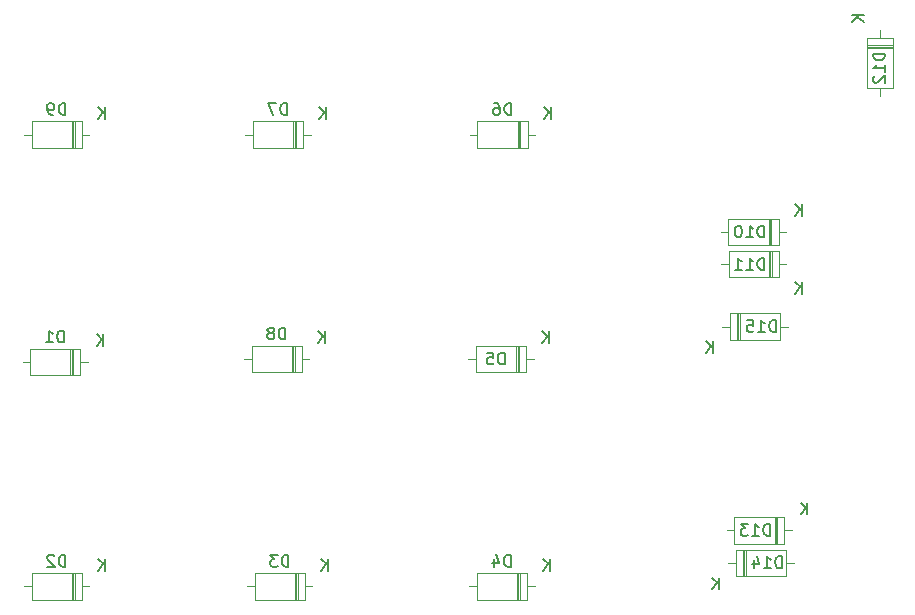
<source format=gbo>
G04 #@! TF.GenerationSoftware,KiCad,Pcbnew,9.0.7*
G04 #@! TF.CreationDate,2026-02-07T16:10:57+01:00*
G04 #@! TF.ProjectId,keyboard,6b657962-6f61-4726-942e-6b696361645f,rev?*
G04 #@! TF.SameCoordinates,Original*
G04 #@! TF.FileFunction,Legend,Bot*
G04 #@! TF.FilePolarity,Positive*
%FSLAX46Y46*%
G04 Gerber Fmt 4.6, Leading zero omitted, Abs format (unit mm)*
G04 Created by KiCad (PCBNEW 9.0.7) date 2026-02-07 16:10:57*
%MOMM*%
%LPD*%
G01*
G04 APERTURE LIST*
%ADD10C,0.150000*%
%ADD11C,0.120000*%
%ADD12R,2.000000X2.000000*%
%ADD13C,2.000000*%
%ADD14R,3.200000X2.000000*%
%ADD15C,1.700000*%
%ADD16C,4.000000*%
%ADD17C,2.200000*%
%ADD18R,1.700000X1.700000*%
%ADD19O,1.700000X1.700000*%
%ADD20C,1.524000*%
%ADD21R,1.600000X1.600000*%
%ADD22O,1.600000X1.600000*%
G04 APERTURE END LIST*
D10*
X130428094Y-74584819D02*
X130428094Y-73584819D01*
X130428094Y-73584819D02*
X130189999Y-73584819D01*
X130189999Y-73584819D02*
X130047142Y-73632438D01*
X130047142Y-73632438D02*
X129951904Y-73727676D01*
X129951904Y-73727676D02*
X129904285Y-73822914D01*
X129904285Y-73822914D02*
X129856666Y-74013390D01*
X129856666Y-74013390D02*
X129856666Y-74156247D01*
X129856666Y-74156247D02*
X129904285Y-74346723D01*
X129904285Y-74346723D02*
X129951904Y-74441961D01*
X129951904Y-74441961D02*
X130047142Y-74537200D01*
X130047142Y-74537200D02*
X130189999Y-74584819D01*
X130189999Y-74584819D02*
X130428094Y-74584819D01*
X128904285Y-74584819D02*
X129475713Y-74584819D01*
X129189999Y-74584819D02*
X129189999Y-73584819D01*
X129189999Y-73584819D02*
X129285237Y-73727676D01*
X129285237Y-73727676D02*
X129380475Y-73822914D01*
X129380475Y-73822914D02*
X129475713Y-73870533D01*
X133761904Y-74904819D02*
X133761904Y-73904819D01*
X133190476Y-74904819D02*
X133619047Y-74333390D01*
X133190476Y-73904819D02*
X133761904Y-74476247D01*
X190714285Y-73704819D02*
X190714285Y-72704819D01*
X190714285Y-72704819D02*
X190476190Y-72704819D01*
X190476190Y-72704819D02*
X190333333Y-72752438D01*
X190333333Y-72752438D02*
X190238095Y-72847676D01*
X190238095Y-72847676D02*
X190190476Y-72942914D01*
X190190476Y-72942914D02*
X190142857Y-73133390D01*
X190142857Y-73133390D02*
X190142857Y-73276247D01*
X190142857Y-73276247D02*
X190190476Y-73466723D01*
X190190476Y-73466723D02*
X190238095Y-73561961D01*
X190238095Y-73561961D02*
X190333333Y-73657200D01*
X190333333Y-73657200D02*
X190476190Y-73704819D01*
X190476190Y-73704819D02*
X190714285Y-73704819D01*
X189190476Y-73704819D02*
X189761904Y-73704819D01*
X189476190Y-73704819D02*
X189476190Y-72704819D01*
X189476190Y-72704819D02*
X189571428Y-72847676D01*
X189571428Y-72847676D02*
X189666666Y-72942914D01*
X189666666Y-72942914D02*
X189761904Y-72990533D01*
X188285714Y-72704819D02*
X188761904Y-72704819D01*
X188761904Y-72704819D02*
X188809523Y-73181009D01*
X188809523Y-73181009D02*
X188761904Y-73133390D01*
X188761904Y-73133390D02*
X188666666Y-73085771D01*
X188666666Y-73085771D02*
X188428571Y-73085771D01*
X188428571Y-73085771D02*
X188333333Y-73133390D01*
X188333333Y-73133390D02*
X188285714Y-73181009D01*
X188285714Y-73181009D02*
X188238095Y-73276247D01*
X188238095Y-73276247D02*
X188238095Y-73514342D01*
X188238095Y-73514342D02*
X188285714Y-73609580D01*
X188285714Y-73609580D02*
X188333333Y-73657200D01*
X188333333Y-73657200D02*
X188428571Y-73704819D01*
X188428571Y-73704819D02*
X188666666Y-73704819D01*
X188666666Y-73704819D02*
X188761904Y-73657200D01*
X188761904Y-73657200D02*
X188809523Y-73609580D01*
X185391904Y-75504819D02*
X185391904Y-74504819D01*
X184820476Y-75504819D02*
X185249047Y-74933390D01*
X184820476Y-74504819D02*
X185391904Y-75076247D01*
X168298094Y-55334819D02*
X168298094Y-54334819D01*
X168298094Y-54334819D02*
X168059999Y-54334819D01*
X168059999Y-54334819D02*
X167917142Y-54382438D01*
X167917142Y-54382438D02*
X167821904Y-54477676D01*
X167821904Y-54477676D02*
X167774285Y-54572914D01*
X167774285Y-54572914D02*
X167726666Y-54763390D01*
X167726666Y-54763390D02*
X167726666Y-54906247D01*
X167726666Y-54906247D02*
X167774285Y-55096723D01*
X167774285Y-55096723D02*
X167821904Y-55191961D01*
X167821904Y-55191961D02*
X167917142Y-55287200D01*
X167917142Y-55287200D02*
X168059999Y-55334819D01*
X168059999Y-55334819D02*
X168298094Y-55334819D01*
X166869523Y-54334819D02*
X167059999Y-54334819D01*
X167059999Y-54334819D02*
X167155237Y-54382438D01*
X167155237Y-54382438D02*
X167202856Y-54430057D01*
X167202856Y-54430057D02*
X167298094Y-54572914D01*
X167298094Y-54572914D02*
X167345713Y-54763390D01*
X167345713Y-54763390D02*
X167345713Y-55144342D01*
X167345713Y-55144342D02*
X167298094Y-55239580D01*
X167298094Y-55239580D02*
X167250475Y-55287200D01*
X167250475Y-55287200D02*
X167155237Y-55334819D01*
X167155237Y-55334819D02*
X166964761Y-55334819D01*
X166964761Y-55334819D02*
X166869523Y-55287200D01*
X166869523Y-55287200D02*
X166821904Y-55239580D01*
X166821904Y-55239580D02*
X166774285Y-55144342D01*
X166774285Y-55144342D02*
X166774285Y-54906247D01*
X166774285Y-54906247D02*
X166821904Y-54811009D01*
X166821904Y-54811009D02*
X166869523Y-54763390D01*
X166869523Y-54763390D02*
X166964761Y-54715771D01*
X166964761Y-54715771D02*
X167155237Y-54715771D01*
X167155237Y-54715771D02*
X167250475Y-54763390D01*
X167250475Y-54763390D02*
X167298094Y-54811009D01*
X167298094Y-54811009D02*
X167345713Y-54906247D01*
X171631904Y-55654819D02*
X171631904Y-54654819D01*
X171060476Y-55654819D02*
X171489047Y-55083390D01*
X171060476Y-54654819D02*
X171631904Y-55226247D01*
X130548094Y-93584819D02*
X130548094Y-92584819D01*
X130548094Y-92584819D02*
X130309999Y-92584819D01*
X130309999Y-92584819D02*
X130167142Y-92632438D01*
X130167142Y-92632438D02*
X130071904Y-92727676D01*
X130071904Y-92727676D02*
X130024285Y-92822914D01*
X130024285Y-92822914D02*
X129976666Y-93013390D01*
X129976666Y-93013390D02*
X129976666Y-93156247D01*
X129976666Y-93156247D02*
X130024285Y-93346723D01*
X130024285Y-93346723D02*
X130071904Y-93441961D01*
X130071904Y-93441961D02*
X130167142Y-93537200D01*
X130167142Y-93537200D02*
X130309999Y-93584819D01*
X130309999Y-93584819D02*
X130548094Y-93584819D01*
X129595713Y-92680057D02*
X129548094Y-92632438D01*
X129548094Y-92632438D02*
X129452856Y-92584819D01*
X129452856Y-92584819D02*
X129214761Y-92584819D01*
X129214761Y-92584819D02*
X129119523Y-92632438D01*
X129119523Y-92632438D02*
X129071904Y-92680057D01*
X129071904Y-92680057D02*
X129024285Y-92775295D01*
X129024285Y-92775295D02*
X129024285Y-92870533D01*
X129024285Y-92870533D02*
X129071904Y-93013390D01*
X129071904Y-93013390D02*
X129643332Y-93584819D01*
X129643332Y-93584819D02*
X129024285Y-93584819D01*
X133881904Y-93904819D02*
X133881904Y-92904819D01*
X133310476Y-93904819D02*
X133739047Y-93333390D01*
X133310476Y-92904819D02*
X133881904Y-93476247D01*
X167738094Y-76454819D02*
X167738094Y-75454819D01*
X167738094Y-75454819D02*
X167499999Y-75454819D01*
X167499999Y-75454819D02*
X167357142Y-75502438D01*
X167357142Y-75502438D02*
X167261904Y-75597676D01*
X167261904Y-75597676D02*
X167214285Y-75692914D01*
X167214285Y-75692914D02*
X167166666Y-75883390D01*
X167166666Y-75883390D02*
X167166666Y-76026247D01*
X167166666Y-76026247D02*
X167214285Y-76216723D01*
X167214285Y-76216723D02*
X167261904Y-76311961D01*
X167261904Y-76311961D02*
X167357142Y-76407200D01*
X167357142Y-76407200D02*
X167499999Y-76454819D01*
X167499999Y-76454819D02*
X167738094Y-76454819D01*
X166261904Y-75454819D02*
X166738094Y-75454819D01*
X166738094Y-75454819D02*
X166785713Y-75931009D01*
X166785713Y-75931009D02*
X166738094Y-75883390D01*
X166738094Y-75883390D02*
X166642856Y-75835771D01*
X166642856Y-75835771D02*
X166404761Y-75835771D01*
X166404761Y-75835771D02*
X166309523Y-75883390D01*
X166309523Y-75883390D02*
X166261904Y-75931009D01*
X166261904Y-75931009D02*
X166214285Y-76026247D01*
X166214285Y-76026247D02*
X166214285Y-76264342D01*
X166214285Y-76264342D02*
X166261904Y-76359580D01*
X166261904Y-76359580D02*
X166309523Y-76407200D01*
X166309523Y-76407200D02*
X166404761Y-76454819D01*
X166404761Y-76454819D02*
X166642856Y-76454819D01*
X166642856Y-76454819D02*
X166738094Y-76407200D01*
X166738094Y-76407200D02*
X166785713Y-76359580D01*
X171511904Y-74654819D02*
X171511904Y-73654819D01*
X170940476Y-74654819D02*
X171369047Y-74083390D01*
X170940476Y-73654819D02*
X171511904Y-74226247D01*
X191214285Y-93704819D02*
X191214285Y-92704819D01*
X191214285Y-92704819D02*
X190976190Y-92704819D01*
X190976190Y-92704819D02*
X190833333Y-92752438D01*
X190833333Y-92752438D02*
X190738095Y-92847676D01*
X190738095Y-92847676D02*
X190690476Y-92942914D01*
X190690476Y-92942914D02*
X190642857Y-93133390D01*
X190642857Y-93133390D02*
X190642857Y-93276247D01*
X190642857Y-93276247D02*
X190690476Y-93466723D01*
X190690476Y-93466723D02*
X190738095Y-93561961D01*
X190738095Y-93561961D02*
X190833333Y-93657200D01*
X190833333Y-93657200D02*
X190976190Y-93704819D01*
X190976190Y-93704819D02*
X191214285Y-93704819D01*
X189690476Y-93704819D02*
X190261904Y-93704819D01*
X189976190Y-93704819D02*
X189976190Y-92704819D01*
X189976190Y-92704819D02*
X190071428Y-92847676D01*
X190071428Y-92847676D02*
X190166666Y-92942914D01*
X190166666Y-92942914D02*
X190261904Y-92990533D01*
X188833333Y-93038152D02*
X188833333Y-93704819D01*
X189071428Y-92657200D02*
X189309523Y-93371485D01*
X189309523Y-93371485D02*
X188690476Y-93371485D01*
X185891904Y-95504819D02*
X185891904Y-94504819D01*
X185320476Y-95504819D02*
X185749047Y-94933390D01*
X185320476Y-94504819D02*
X185891904Y-95076247D01*
X189714285Y-65704819D02*
X189714285Y-64704819D01*
X189714285Y-64704819D02*
X189476190Y-64704819D01*
X189476190Y-64704819D02*
X189333333Y-64752438D01*
X189333333Y-64752438D02*
X189238095Y-64847676D01*
X189238095Y-64847676D02*
X189190476Y-64942914D01*
X189190476Y-64942914D02*
X189142857Y-65133390D01*
X189142857Y-65133390D02*
X189142857Y-65276247D01*
X189142857Y-65276247D02*
X189190476Y-65466723D01*
X189190476Y-65466723D02*
X189238095Y-65561961D01*
X189238095Y-65561961D02*
X189333333Y-65657200D01*
X189333333Y-65657200D02*
X189476190Y-65704819D01*
X189476190Y-65704819D02*
X189714285Y-65704819D01*
X188190476Y-65704819D02*
X188761904Y-65704819D01*
X188476190Y-65704819D02*
X188476190Y-64704819D01*
X188476190Y-64704819D02*
X188571428Y-64847676D01*
X188571428Y-64847676D02*
X188666666Y-64942914D01*
X188666666Y-64942914D02*
X188761904Y-64990533D01*
X187571428Y-64704819D02*
X187476190Y-64704819D01*
X187476190Y-64704819D02*
X187380952Y-64752438D01*
X187380952Y-64752438D02*
X187333333Y-64800057D01*
X187333333Y-64800057D02*
X187285714Y-64895295D01*
X187285714Y-64895295D02*
X187238095Y-65085771D01*
X187238095Y-65085771D02*
X187238095Y-65323866D01*
X187238095Y-65323866D02*
X187285714Y-65514342D01*
X187285714Y-65514342D02*
X187333333Y-65609580D01*
X187333333Y-65609580D02*
X187380952Y-65657200D01*
X187380952Y-65657200D02*
X187476190Y-65704819D01*
X187476190Y-65704819D02*
X187571428Y-65704819D01*
X187571428Y-65704819D02*
X187666666Y-65657200D01*
X187666666Y-65657200D02*
X187714285Y-65609580D01*
X187714285Y-65609580D02*
X187761904Y-65514342D01*
X187761904Y-65514342D02*
X187809523Y-65323866D01*
X187809523Y-65323866D02*
X187809523Y-65085771D01*
X187809523Y-65085771D02*
X187761904Y-64895295D01*
X187761904Y-64895295D02*
X187714285Y-64800057D01*
X187714285Y-64800057D02*
X187666666Y-64752438D01*
X187666666Y-64752438D02*
X187571428Y-64704819D01*
X192881904Y-63904819D02*
X192881904Y-62904819D01*
X192310476Y-63904819D02*
X192739047Y-63333390D01*
X192310476Y-62904819D02*
X192881904Y-63476247D01*
X199931115Y-50133709D02*
X198931115Y-50133709D01*
X198931115Y-50133709D02*
X198931115Y-50371804D01*
X198931115Y-50371804D02*
X198978734Y-50514661D01*
X198978734Y-50514661D02*
X199073972Y-50609899D01*
X199073972Y-50609899D02*
X199169210Y-50657518D01*
X199169210Y-50657518D02*
X199359686Y-50705137D01*
X199359686Y-50705137D02*
X199502543Y-50705137D01*
X199502543Y-50705137D02*
X199693019Y-50657518D01*
X199693019Y-50657518D02*
X199788257Y-50609899D01*
X199788257Y-50609899D02*
X199883496Y-50514661D01*
X199883496Y-50514661D02*
X199931115Y-50371804D01*
X199931115Y-50371804D02*
X199931115Y-50133709D01*
X199931115Y-51657518D02*
X199931115Y-51086090D01*
X199931115Y-51371804D02*
X198931115Y-51371804D01*
X198931115Y-51371804D02*
X199073972Y-51276566D01*
X199073972Y-51276566D02*
X199169210Y-51181328D01*
X199169210Y-51181328D02*
X199216829Y-51086090D01*
X199026353Y-52038471D02*
X198978734Y-52086090D01*
X198978734Y-52086090D02*
X198931115Y-52181328D01*
X198931115Y-52181328D02*
X198931115Y-52419423D01*
X198931115Y-52419423D02*
X198978734Y-52514661D01*
X198978734Y-52514661D02*
X199026353Y-52562280D01*
X199026353Y-52562280D02*
X199121591Y-52609899D01*
X199121591Y-52609899D02*
X199216829Y-52609899D01*
X199216829Y-52609899D02*
X199359686Y-52562280D01*
X199359686Y-52562280D02*
X199931115Y-51990852D01*
X199931115Y-51990852D02*
X199931115Y-52609899D01*
X198154819Y-46868095D02*
X197154819Y-46868095D01*
X198154819Y-47439523D02*
X197583390Y-47010952D01*
X197154819Y-47439523D02*
X197726247Y-46868095D01*
X168238094Y-93584819D02*
X168238094Y-92584819D01*
X168238094Y-92584819D02*
X167999999Y-92584819D01*
X167999999Y-92584819D02*
X167857142Y-92632438D01*
X167857142Y-92632438D02*
X167761904Y-92727676D01*
X167761904Y-92727676D02*
X167714285Y-92822914D01*
X167714285Y-92822914D02*
X167666666Y-93013390D01*
X167666666Y-93013390D02*
X167666666Y-93156247D01*
X167666666Y-93156247D02*
X167714285Y-93346723D01*
X167714285Y-93346723D02*
X167761904Y-93441961D01*
X167761904Y-93441961D02*
X167857142Y-93537200D01*
X167857142Y-93537200D02*
X167999999Y-93584819D01*
X167999999Y-93584819D02*
X168238094Y-93584819D01*
X166809523Y-92918152D02*
X166809523Y-93584819D01*
X167047618Y-92537200D02*
X167285713Y-93251485D01*
X167285713Y-93251485D02*
X166666666Y-93251485D01*
X171571904Y-93904819D02*
X171571904Y-92904819D01*
X171000476Y-93904819D02*
X171429047Y-93333390D01*
X171000476Y-92904819D02*
X171571904Y-93476247D01*
X149298094Y-55334819D02*
X149298094Y-54334819D01*
X149298094Y-54334819D02*
X149059999Y-54334819D01*
X149059999Y-54334819D02*
X148917142Y-54382438D01*
X148917142Y-54382438D02*
X148821904Y-54477676D01*
X148821904Y-54477676D02*
X148774285Y-54572914D01*
X148774285Y-54572914D02*
X148726666Y-54763390D01*
X148726666Y-54763390D02*
X148726666Y-54906247D01*
X148726666Y-54906247D02*
X148774285Y-55096723D01*
X148774285Y-55096723D02*
X148821904Y-55191961D01*
X148821904Y-55191961D02*
X148917142Y-55287200D01*
X148917142Y-55287200D02*
X149059999Y-55334819D01*
X149059999Y-55334819D02*
X149298094Y-55334819D01*
X148393332Y-54334819D02*
X147726666Y-54334819D01*
X147726666Y-54334819D02*
X148155237Y-55334819D01*
X152631904Y-55654819D02*
X152631904Y-54654819D01*
X152060476Y-55654819D02*
X152489047Y-55083390D01*
X152060476Y-54654819D02*
X152631904Y-55226247D01*
X130548094Y-55334819D02*
X130548094Y-54334819D01*
X130548094Y-54334819D02*
X130309999Y-54334819D01*
X130309999Y-54334819D02*
X130167142Y-54382438D01*
X130167142Y-54382438D02*
X130071904Y-54477676D01*
X130071904Y-54477676D02*
X130024285Y-54572914D01*
X130024285Y-54572914D02*
X129976666Y-54763390D01*
X129976666Y-54763390D02*
X129976666Y-54906247D01*
X129976666Y-54906247D02*
X130024285Y-55096723D01*
X130024285Y-55096723D02*
X130071904Y-55191961D01*
X130071904Y-55191961D02*
X130167142Y-55287200D01*
X130167142Y-55287200D02*
X130309999Y-55334819D01*
X130309999Y-55334819D02*
X130548094Y-55334819D01*
X129500475Y-55334819D02*
X129309999Y-55334819D01*
X129309999Y-55334819D02*
X129214761Y-55287200D01*
X129214761Y-55287200D02*
X129167142Y-55239580D01*
X129167142Y-55239580D02*
X129071904Y-55096723D01*
X129071904Y-55096723D02*
X129024285Y-54906247D01*
X129024285Y-54906247D02*
X129024285Y-54525295D01*
X129024285Y-54525295D02*
X129071904Y-54430057D01*
X129071904Y-54430057D02*
X129119523Y-54382438D01*
X129119523Y-54382438D02*
X129214761Y-54334819D01*
X129214761Y-54334819D02*
X129405237Y-54334819D01*
X129405237Y-54334819D02*
X129500475Y-54382438D01*
X129500475Y-54382438D02*
X129548094Y-54430057D01*
X129548094Y-54430057D02*
X129595713Y-54525295D01*
X129595713Y-54525295D02*
X129595713Y-54763390D01*
X129595713Y-54763390D02*
X129548094Y-54858628D01*
X129548094Y-54858628D02*
X129500475Y-54906247D01*
X129500475Y-54906247D02*
X129405237Y-54953866D01*
X129405237Y-54953866D02*
X129214761Y-54953866D01*
X129214761Y-54953866D02*
X129119523Y-54906247D01*
X129119523Y-54906247D02*
X129071904Y-54858628D01*
X129071904Y-54858628D02*
X129024285Y-54763390D01*
X133881904Y-55654819D02*
X133881904Y-54654819D01*
X133310476Y-55654819D02*
X133739047Y-55083390D01*
X133310476Y-54654819D02*
X133881904Y-55226247D01*
X190214285Y-90954819D02*
X190214285Y-89954819D01*
X190214285Y-89954819D02*
X189976190Y-89954819D01*
X189976190Y-89954819D02*
X189833333Y-90002438D01*
X189833333Y-90002438D02*
X189738095Y-90097676D01*
X189738095Y-90097676D02*
X189690476Y-90192914D01*
X189690476Y-90192914D02*
X189642857Y-90383390D01*
X189642857Y-90383390D02*
X189642857Y-90526247D01*
X189642857Y-90526247D02*
X189690476Y-90716723D01*
X189690476Y-90716723D02*
X189738095Y-90811961D01*
X189738095Y-90811961D02*
X189833333Y-90907200D01*
X189833333Y-90907200D02*
X189976190Y-90954819D01*
X189976190Y-90954819D02*
X190214285Y-90954819D01*
X188690476Y-90954819D02*
X189261904Y-90954819D01*
X188976190Y-90954819D02*
X188976190Y-89954819D01*
X188976190Y-89954819D02*
X189071428Y-90097676D01*
X189071428Y-90097676D02*
X189166666Y-90192914D01*
X189166666Y-90192914D02*
X189261904Y-90240533D01*
X188357142Y-89954819D02*
X187738095Y-89954819D01*
X187738095Y-89954819D02*
X188071428Y-90335771D01*
X188071428Y-90335771D02*
X187928571Y-90335771D01*
X187928571Y-90335771D02*
X187833333Y-90383390D01*
X187833333Y-90383390D02*
X187785714Y-90431009D01*
X187785714Y-90431009D02*
X187738095Y-90526247D01*
X187738095Y-90526247D02*
X187738095Y-90764342D01*
X187738095Y-90764342D02*
X187785714Y-90859580D01*
X187785714Y-90859580D02*
X187833333Y-90907200D01*
X187833333Y-90907200D02*
X187928571Y-90954819D01*
X187928571Y-90954819D02*
X188214285Y-90954819D01*
X188214285Y-90954819D02*
X188309523Y-90907200D01*
X188309523Y-90907200D02*
X188357142Y-90859580D01*
X193381904Y-89154819D02*
X193381904Y-88154819D01*
X192810476Y-89154819D02*
X193239047Y-88583390D01*
X192810476Y-88154819D02*
X193381904Y-88726247D01*
X149178094Y-74334819D02*
X149178094Y-73334819D01*
X149178094Y-73334819D02*
X148939999Y-73334819D01*
X148939999Y-73334819D02*
X148797142Y-73382438D01*
X148797142Y-73382438D02*
X148701904Y-73477676D01*
X148701904Y-73477676D02*
X148654285Y-73572914D01*
X148654285Y-73572914D02*
X148606666Y-73763390D01*
X148606666Y-73763390D02*
X148606666Y-73906247D01*
X148606666Y-73906247D02*
X148654285Y-74096723D01*
X148654285Y-74096723D02*
X148701904Y-74191961D01*
X148701904Y-74191961D02*
X148797142Y-74287200D01*
X148797142Y-74287200D02*
X148939999Y-74334819D01*
X148939999Y-74334819D02*
X149178094Y-74334819D01*
X148035237Y-73763390D02*
X148130475Y-73715771D01*
X148130475Y-73715771D02*
X148178094Y-73668152D01*
X148178094Y-73668152D02*
X148225713Y-73572914D01*
X148225713Y-73572914D02*
X148225713Y-73525295D01*
X148225713Y-73525295D02*
X148178094Y-73430057D01*
X148178094Y-73430057D02*
X148130475Y-73382438D01*
X148130475Y-73382438D02*
X148035237Y-73334819D01*
X148035237Y-73334819D02*
X147844761Y-73334819D01*
X147844761Y-73334819D02*
X147749523Y-73382438D01*
X147749523Y-73382438D02*
X147701904Y-73430057D01*
X147701904Y-73430057D02*
X147654285Y-73525295D01*
X147654285Y-73525295D02*
X147654285Y-73572914D01*
X147654285Y-73572914D02*
X147701904Y-73668152D01*
X147701904Y-73668152D02*
X147749523Y-73715771D01*
X147749523Y-73715771D02*
X147844761Y-73763390D01*
X147844761Y-73763390D02*
X148035237Y-73763390D01*
X148035237Y-73763390D02*
X148130475Y-73811009D01*
X148130475Y-73811009D02*
X148178094Y-73858628D01*
X148178094Y-73858628D02*
X148225713Y-73953866D01*
X148225713Y-73953866D02*
X148225713Y-74144342D01*
X148225713Y-74144342D02*
X148178094Y-74239580D01*
X148178094Y-74239580D02*
X148130475Y-74287200D01*
X148130475Y-74287200D02*
X148035237Y-74334819D01*
X148035237Y-74334819D02*
X147844761Y-74334819D01*
X147844761Y-74334819D02*
X147749523Y-74287200D01*
X147749523Y-74287200D02*
X147701904Y-74239580D01*
X147701904Y-74239580D02*
X147654285Y-74144342D01*
X147654285Y-74144342D02*
X147654285Y-73953866D01*
X147654285Y-73953866D02*
X147701904Y-73858628D01*
X147701904Y-73858628D02*
X147749523Y-73811009D01*
X147749523Y-73811009D02*
X147844761Y-73763390D01*
X152511904Y-74654819D02*
X152511904Y-73654819D01*
X151940476Y-74654819D02*
X152369047Y-74083390D01*
X151940476Y-73654819D02*
X152511904Y-74226247D01*
X149428094Y-93584819D02*
X149428094Y-92584819D01*
X149428094Y-92584819D02*
X149189999Y-92584819D01*
X149189999Y-92584819D02*
X149047142Y-92632438D01*
X149047142Y-92632438D02*
X148951904Y-92727676D01*
X148951904Y-92727676D02*
X148904285Y-92822914D01*
X148904285Y-92822914D02*
X148856666Y-93013390D01*
X148856666Y-93013390D02*
X148856666Y-93156247D01*
X148856666Y-93156247D02*
X148904285Y-93346723D01*
X148904285Y-93346723D02*
X148951904Y-93441961D01*
X148951904Y-93441961D02*
X149047142Y-93537200D01*
X149047142Y-93537200D02*
X149189999Y-93584819D01*
X149189999Y-93584819D02*
X149428094Y-93584819D01*
X148523332Y-92584819D02*
X147904285Y-92584819D01*
X147904285Y-92584819D02*
X148237618Y-92965771D01*
X148237618Y-92965771D02*
X148094761Y-92965771D01*
X148094761Y-92965771D02*
X147999523Y-93013390D01*
X147999523Y-93013390D02*
X147951904Y-93061009D01*
X147951904Y-93061009D02*
X147904285Y-93156247D01*
X147904285Y-93156247D02*
X147904285Y-93394342D01*
X147904285Y-93394342D02*
X147951904Y-93489580D01*
X147951904Y-93489580D02*
X147999523Y-93537200D01*
X147999523Y-93537200D02*
X148094761Y-93584819D01*
X148094761Y-93584819D02*
X148380475Y-93584819D01*
X148380475Y-93584819D02*
X148475713Y-93537200D01*
X148475713Y-93537200D02*
X148523332Y-93489580D01*
X152761904Y-93904819D02*
X152761904Y-92904819D01*
X152190476Y-93904819D02*
X152619047Y-93333390D01*
X152190476Y-92904819D02*
X152761904Y-93476247D01*
X189714285Y-68454819D02*
X189714285Y-67454819D01*
X189714285Y-67454819D02*
X189476190Y-67454819D01*
X189476190Y-67454819D02*
X189333333Y-67502438D01*
X189333333Y-67502438D02*
X189238095Y-67597676D01*
X189238095Y-67597676D02*
X189190476Y-67692914D01*
X189190476Y-67692914D02*
X189142857Y-67883390D01*
X189142857Y-67883390D02*
X189142857Y-68026247D01*
X189142857Y-68026247D02*
X189190476Y-68216723D01*
X189190476Y-68216723D02*
X189238095Y-68311961D01*
X189238095Y-68311961D02*
X189333333Y-68407200D01*
X189333333Y-68407200D02*
X189476190Y-68454819D01*
X189476190Y-68454819D02*
X189714285Y-68454819D01*
X188190476Y-68454819D02*
X188761904Y-68454819D01*
X188476190Y-68454819D02*
X188476190Y-67454819D01*
X188476190Y-67454819D02*
X188571428Y-67597676D01*
X188571428Y-67597676D02*
X188666666Y-67692914D01*
X188666666Y-67692914D02*
X188761904Y-67740533D01*
X187238095Y-68454819D02*
X187809523Y-68454819D01*
X187523809Y-68454819D02*
X187523809Y-67454819D01*
X187523809Y-67454819D02*
X187619047Y-67597676D01*
X187619047Y-67597676D02*
X187714285Y-67692914D01*
X187714285Y-67692914D02*
X187809523Y-67740533D01*
X192893450Y-70454819D02*
X192893450Y-69454819D01*
X192322022Y-70454819D02*
X192750593Y-69883390D01*
X192322022Y-69454819D02*
X192893450Y-70026247D01*
D11*
G04 #@! TO.C,D1*
X127570000Y-75130000D02*
X127570000Y-77370000D01*
X127570000Y-76250000D02*
X126920000Y-76250000D01*
X127570000Y-77370000D02*
X131810000Y-77370000D01*
X130970000Y-77370000D02*
X130970000Y-75130000D01*
X131090000Y-77370000D02*
X131090000Y-75130000D01*
X131210000Y-77370000D02*
X131210000Y-75130000D01*
X131810000Y-75130000D02*
X127570000Y-75130000D01*
X131810000Y-76250000D02*
X132460000Y-76250000D01*
X131810000Y-77370000D02*
X131810000Y-75130000D01*
G04 #@! TO.C,D15*
X186820000Y-72130000D02*
X186820000Y-74370000D01*
X186820000Y-73250000D02*
X186170000Y-73250000D01*
X186820000Y-74370000D02*
X191060000Y-74370000D01*
X187420000Y-72130000D02*
X187420000Y-74370000D01*
X187540000Y-72130000D02*
X187540000Y-74370000D01*
X187660000Y-72130000D02*
X187660000Y-74370000D01*
X191060000Y-72130000D02*
X186820000Y-72130000D01*
X191060000Y-73250000D02*
X191710000Y-73250000D01*
X191060000Y-74370000D02*
X191060000Y-72130000D01*
G04 #@! TO.C,D6*
X165440000Y-55880000D02*
X165440000Y-58120000D01*
X165440000Y-57000000D02*
X164790000Y-57000000D01*
X165440000Y-58120000D02*
X169680000Y-58120000D01*
X168840000Y-58120000D02*
X168840000Y-55880000D01*
X168960000Y-58120000D02*
X168960000Y-55880000D01*
X169080000Y-58120000D02*
X169080000Y-55880000D01*
X169680000Y-55880000D02*
X165440000Y-55880000D01*
X169680000Y-57000000D02*
X170330000Y-57000000D01*
X169680000Y-58120000D02*
X169680000Y-55880000D01*
G04 #@! TO.C,D2*
X127690000Y-94130000D02*
X127690000Y-96370000D01*
X127690000Y-95250000D02*
X127040000Y-95250000D01*
X127690000Y-96370000D02*
X131930000Y-96370000D01*
X131090000Y-96370000D02*
X131090000Y-94130000D01*
X131210000Y-96370000D02*
X131210000Y-94130000D01*
X131330000Y-96370000D02*
X131330000Y-94130000D01*
X131930000Y-94130000D02*
X127690000Y-94130000D01*
X131930000Y-95250000D02*
X132580000Y-95250000D01*
X131930000Y-96370000D02*
X131930000Y-94130000D01*
G04 #@! TO.C,D5*
X165320000Y-74880000D02*
X165320000Y-77120000D01*
X165320000Y-76000000D02*
X164670000Y-76000000D01*
X165320000Y-77120000D02*
X169560000Y-77120000D01*
X168720000Y-77120000D02*
X168720000Y-74880000D01*
X168840000Y-77120000D02*
X168840000Y-74880000D01*
X168960000Y-77120000D02*
X168960000Y-74880000D01*
X169560000Y-74880000D02*
X165320000Y-74880000D01*
X169560000Y-76000000D02*
X170210000Y-76000000D01*
X169560000Y-77120000D02*
X169560000Y-74880000D01*
G04 #@! TO.C,D14*
X187320000Y-92130000D02*
X187320000Y-94370000D01*
X187320000Y-93250000D02*
X186670000Y-93250000D01*
X187320000Y-94370000D02*
X191560000Y-94370000D01*
X187920000Y-92130000D02*
X187920000Y-94370000D01*
X188040000Y-92130000D02*
X188040000Y-94370000D01*
X188160000Y-92130000D02*
X188160000Y-94370000D01*
X191560000Y-92130000D02*
X187320000Y-92130000D01*
X191560000Y-93250000D02*
X192210000Y-93250000D01*
X191560000Y-94370000D02*
X191560000Y-92130000D01*
G04 #@! TO.C,D10*
X186690000Y-64130000D02*
X186690000Y-66370000D01*
X186690000Y-65250000D02*
X186040000Y-65250000D01*
X186690000Y-66370000D02*
X190930000Y-66370000D01*
X190090000Y-66370000D02*
X190090000Y-64130000D01*
X190210000Y-66370000D02*
X190210000Y-64130000D01*
X190330000Y-66370000D02*
X190330000Y-64130000D01*
X190930000Y-64130000D02*
X186690000Y-64130000D01*
X190930000Y-65250000D02*
X191580000Y-65250000D01*
X190930000Y-66370000D02*
X190930000Y-64130000D01*
G04 #@! TO.C,D12*
X198380000Y-48820000D02*
X198380000Y-53060000D01*
X198380000Y-53060000D02*
X200620000Y-53060000D01*
X199500000Y-48820000D02*
X199500000Y-48170000D01*
X199500000Y-53060000D02*
X199500000Y-53710000D01*
X200620000Y-48820000D02*
X198380000Y-48820000D01*
X200620000Y-49420000D02*
X198380000Y-49420000D01*
X200620000Y-49540000D02*
X198380000Y-49540000D01*
X200620000Y-49660000D02*
X198380000Y-49660000D01*
X200620000Y-53060000D02*
X200620000Y-48820000D01*
G04 #@! TO.C,D4*
X165380000Y-94130000D02*
X165380000Y-96370000D01*
X165380000Y-95250000D02*
X164730000Y-95250000D01*
X165380000Y-96370000D02*
X169620000Y-96370000D01*
X168780000Y-96370000D02*
X168780000Y-94130000D01*
X168900000Y-96370000D02*
X168900000Y-94130000D01*
X169020000Y-96370000D02*
X169020000Y-94130000D01*
X169620000Y-94130000D02*
X165380000Y-94130000D01*
X169620000Y-95250000D02*
X170270000Y-95250000D01*
X169620000Y-96370000D02*
X169620000Y-94130000D01*
G04 #@! TO.C,D7*
X146440000Y-55880000D02*
X146440000Y-58120000D01*
X146440000Y-57000000D02*
X145790000Y-57000000D01*
X146440000Y-58120000D02*
X150680000Y-58120000D01*
X149840000Y-58120000D02*
X149840000Y-55880000D01*
X149960000Y-58120000D02*
X149960000Y-55880000D01*
X150080000Y-58120000D02*
X150080000Y-55880000D01*
X150680000Y-55880000D02*
X146440000Y-55880000D01*
X150680000Y-57000000D02*
X151330000Y-57000000D01*
X150680000Y-58120000D02*
X150680000Y-55880000D01*
G04 #@! TO.C,D9*
X127690000Y-55880000D02*
X127690000Y-58120000D01*
X127690000Y-57000000D02*
X127040000Y-57000000D01*
X127690000Y-58120000D02*
X131930000Y-58120000D01*
X131090000Y-58120000D02*
X131090000Y-55880000D01*
X131210000Y-58120000D02*
X131210000Y-55880000D01*
X131330000Y-58120000D02*
X131330000Y-55880000D01*
X131930000Y-55880000D02*
X127690000Y-55880000D01*
X131930000Y-57000000D02*
X132580000Y-57000000D01*
X131930000Y-58120000D02*
X131930000Y-55880000D01*
G04 #@! TO.C,D13*
X187190000Y-89380000D02*
X187190000Y-91620000D01*
X187190000Y-90500000D02*
X186540000Y-90500000D01*
X187190000Y-91620000D02*
X191430000Y-91620000D01*
X190590000Y-91620000D02*
X190590000Y-89380000D01*
X190710000Y-91620000D02*
X190710000Y-89380000D01*
X190830000Y-91620000D02*
X190830000Y-89380000D01*
X191430000Y-89380000D02*
X187190000Y-89380000D01*
X191430000Y-90500000D02*
X192080000Y-90500000D01*
X191430000Y-91620000D02*
X191430000Y-89380000D01*
G04 #@! TO.C,D8*
X146320000Y-74880000D02*
X146320000Y-77120000D01*
X146320000Y-76000000D02*
X145670000Y-76000000D01*
X146320000Y-77120000D02*
X150560000Y-77120000D01*
X149720000Y-77120000D02*
X149720000Y-74880000D01*
X149840000Y-77120000D02*
X149840000Y-74880000D01*
X149960000Y-77120000D02*
X149960000Y-74880000D01*
X150560000Y-74880000D02*
X146320000Y-74880000D01*
X150560000Y-76000000D02*
X151210000Y-76000000D01*
X150560000Y-77120000D02*
X150560000Y-74880000D01*
G04 #@! TO.C,D3*
X146570000Y-94130000D02*
X146570000Y-96370000D01*
X146570000Y-95250000D02*
X145920000Y-95250000D01*
X146570000Y-96370000D02*
X150810000Y-96370000D01*
X149970000Y-96370000D02*
X149970000Y-94130000D01*
X150090000Y-96370000D02*
X150090000Y-94130000D01*
X150210000Y-96370000D02*
X150210000Y-94130000D01*
X150810000Y-94130000D02*
X146570000Y-94130000D01*
X150810000Y-95250000D02*
X151460000Y-95250000D01*
X150810000Y-96370000D02*
X150810000Y-94130000D01*
G04 #@! TO.C,D11*
X186701546Y-66851381D02*
X186701546Y-69091381D01*
X186701546Y-67971381D02*
X186051546Y-67971381D01*
X186701546Y-69091381D02*
X190941546Y-69091381D01*
X190101546Y-69091381D02*
X190101546Y-66851381D01*
X190221546Y-69091381D02*
X190221546Y-66851381D01*
X190341546Y-69091381D02*
X190341546Y-66851381D01*
X190941546Y-66851381D02*
X186701546Y-66851381D01*
X190941546Y-67971381D02*
X191591546Y-67971381D01*
X190941546Y-69091381D02*
X190941546Y-66851381D01*
G04 #@! TD*
%LPC*%
D12*
G04 #@! TO.C,SW11*
X181250000Y-79500000D03*
D13*
X181250000Y-84500000D03*
X181250000Y-82000000D03*
D14*
X188750000Y-76400000D03*
X188750000Y-87600000D03*
D13*
X195750000Y-84500000D03*
X195750000Y-79500000D03*
G04 #@! TD*
D15*
G04 #@! TO.C,SW4*
X124420000Y-90500000D03*
D16*
X129500000Y-90500000D03*
D15*
X134580000Y-90500000D03*
D17*
X132040000Y-85420000D03*
X125690000Y-87960000D03*
G04 #@! TD*
D15*
G04 #@! TO.C,SW9*
X162380000Y-71250000D03*
D16*
X167460000Y-71250000D03*
D15*
X172540000Y-71250000D03*
D17*
X170000000Y-66170000D03*
X163650000Y-68710000D03*
G04 #@! TD*
D18*
G04 #@! TO.C,J1*
X128000000Y-28880000D03*
D19*
X128000000Y-31420000D03*
X128000000Y-33960000D03*
X128000000Y-36500000D03*
G04 #@! TD*
D20*
G04 #@! TO.C,U1*
X182500000Y-27510000D03*
X182500000Y-30050000D03*
X182500000Y-32590000D03*
X182500000Y-35130000D03*
X182500000Y-37670000D03*
X182500000Y-40210000D03*
X182500000Y-42750000D03*
X197740000Y-42750000D03*
X197740000Y-40210000D03*
X197740000Y-37670000D03*
X197740000Y-35130000D03*
X197740000Y-32590000D03*
X197740000Y-30050000D03*
X197740000Y-27510000D03*
G04 #@! TD*
D15*
G04 #@! TO.C,SW2*
X124420000Y-52250000D03*
D16*
X129500000Y-52250000D03*
D15*
X134580000Y-52250000D03*
D17*
X132040000Y-47170000D03*
X125690000Y-49710000D03*
G04 #@! TD*
D15*
G04 #@! TO.C,SW3*
X124420000Y-71250000D03*
D16*
X129500000Y-71250000D03*
D15*
X134580000Y-71250000D03*
D17*
X132040000Y-66170000D03*
X125690000Y-68710000D03*
G04 #@! TD*
D15*
G04 #@! TO.C,SW10*
X162380000Y-90500000D03*
D16*
X167460000Y-90500000D03*
D15*
X172540000Y-90500000D03*
D17*
X170000000Y-85420000D03*
X163650000Y-87960000D03*
G04 #@! TD*
D12*
G04 #@! TO.C,SW1*
X181250000Y-54150000D03*
D13*
X181250000Y-59150000D03*
X181250000Y-56650000D03*
D14*
X188750000Y-51050000D03*
X188750000Y-62250000D03*
D13*
X195750000Y-59150000D03*
X195750000Y-54150000D03*
G04 #@! TD*
D15*
G04 #@! TO.C,SW8*
X162380000Y-52250000D03*
D16*
X167460000Y-52250000D03*
D15*
X172540000Y-52250000D03*
D17*
X170000000Y-47170000D03*
X163650000Y-49710000D03*
G04 #@! TD*
D15*
G04 #@! TO.C,SW7*
X143420000Y-90500000D03*
D16*
X148500000Y-90500000D03*
D15*
X153580000Y-90500000D03*
D17*
X151040000Y-85420000D03*
X144690000Y-87960000D03*
G04 #@! TD*
D15*
G04 #@! TO.C,SW6*
X143420000Y-71250000D03*
D16*
X148500000Y-71250000D03*
D15*
X153580000Y-71250000D03*
D17*
X151040000Y-66170000D03*
X144690000Y-68710000D03*
G04 #@! TD*
D15*
G04 #@! TO.C,SW5*
X143420000Y-52250000D03*
D16*
X148500000Y-52250000D03*
D15*
X153580000Y-52250000D03*
D17*
X151040000Y-47170000D03*
X144690000Y-49710000D03*
G04 #@! TD*
D21*
G04 #@! TO.C,D1*
X133500000Y-76250000D03*
D22*
X125880000Y-76250000D03*
G04 #@! TD*
D21*
G04 #@! TO.C,D15*
X185130000Y-73250000D03*
D22*
X192750000Y-73250000D03*
G04 #@! TD*
D21*
G04 #@! TO.C,D6*
X171370000Y-57000000D03*
D22*
X163750000Y-57000000D03*
G04 #@! TD*
D21*
G04 #@! TO.C,D2*
X133620000Y-95250000D03*
D22*
X126000000Y-95250000D03*
G04 #@! TD*
D21*
G04 #@! TO.C,D5*
X171250000Y-76000000D03*
D22*
X163630000Y-76000000D03*
G04 #@! TD*
D21*
G04 #@! TO.C,D14*
X185630000Y-93250000D03*
D22*
X193250000Y-93250000D03*
G04 #@! TD*
D21*
G04 #@! TO.C,D10*
X192620000Y-65250000D03*
D22*
X185000000Y-65250000D03*
G04 #@! TD*
D21*
G04 #@! TO.C,D12*
X199500000Y-47130000D03*
D22*
X199500000Y-54750000D03*
G04 #@! TD*
D21*
G04 #@! TO.C,D4*
X171310000Y-95250000D03*
D22*
X163690000Y-95250000D03*
G04 #@! TD*
D21*
G04 #@! TO.C,D7*
X152370000Y-57000000D03*
D22*
X144750000Y-57000000D03*
G04 #@! TD*
D21*
G04 #@! TO.C,D9*
X133620000Y-57000000D03*
D22*
X126000000Y-57000000D03*
G04 #@! TD*
D21*
G04 #@! TO.C,D13*
X193120000Y-90500000D03*
D22*
X185500000Y-90500000D03*
G04 #@! TD*
D21*
G04 #@! TO.C,D8*
X152250000Y-76000000D03*
D22*
X144630000Y-76000000D03*
G04 #@! TD*
D21*
G04 #@! TO.C,D3*
X152500000Y-95250000D03*
D22*
X144880000Y-95250000D03*
G04 #@! TD*
D21*
G04 #@! TO.C,D11*
X192631546Y-67971381D03*
D22*
X185011546Y-67971381D03*
G04 #@! TD*
%LPD*%
M02*

</source>
